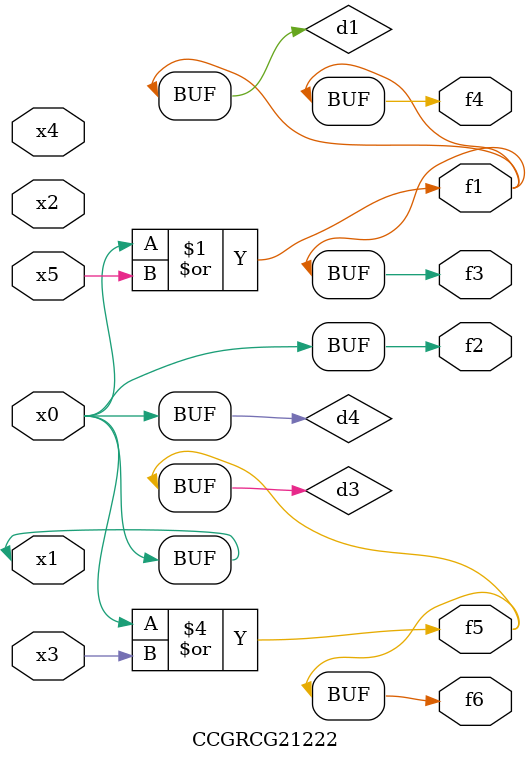
<source format=v>
module CCGRCG21222(
	input x0, x1, x2, x3, x4, x5,
	output f1, f2, f3, f4, f5, f6
);

	wire d1, d2, d3, d4;

	or (d1, x0, x5);
	xnor (d2, x1, x4);
	or (d3, x0, x3);
	buf (d4, x0, x1);
	assign f1 = d1;
	assign f2 = d4;
	assign f3 = d1;
	assign f4 = d1;
	assign f5 = d3;
	assign f6 = d3;
endmodule

</source>
